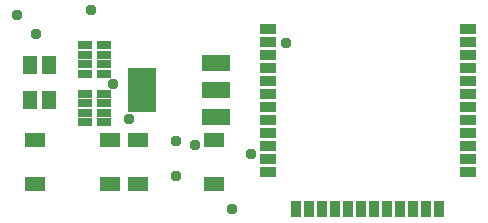
<source format=gts>
G75*
%MOIN*%
%OFA0B0*%
%FSLAX25Y25*%
%IPPOS*%
%LPD*%
%AMOC8*
5,1,8,0,0,1.08239X$1,22.5*
%
%ADD10R,0.04800X0.02800*%
%ADD11R,0.05131X0.06312*%
%ADD12R,0.03300X0.05800*%
%ADD13R,0.05800X0.03300*%
%ADD14R,0.07099X0.04737*%
%ADD15R,0.09461X0.14580*%
%ADD16R,0.09461X0.05524*%
%ADD17C,0.03778*%
D10*
X0031308Y0045276D03*
X0031308Y0048425D03*
X0031308Y0051575D03*
X0031308Y0054724D03*
X0037607Y0054724D03*
X0037607Y0051575D03*
X0037607Y0048425D03*
X0037607Y0045276D03*
X0037607Y0061420D03*
X0037607Y0064570D03*
X0037607Y0067719D03*
X0031308Y0067719D03*
X0031308Y0064570D03*
X0031308Y0061420D03*
X0031308Y0070869D03*
X0037607Y0070869D03*
D11*
X0019107Y0064406D03*
X0012808Y0064406D03*
X0012808Y0052594D03*
X0019107Y0052594D03*
D12*
X0101639Y0016358D03*
X0105969Y0016358D03*
X0110300Y0016358D03*
X0114631Y0016358D03*
X0118961Y0016358D03*
X0123292Y0016358D03*
X0127623Y0016358D03*
X0131954Y0016358D03*
X0136284Y0016358D03*
X0140615Y0016358D03*
X0144946Y0016358D03*
X0149276Y0016358D03*
D13*
X0158922Y0028760D03*
X0158922Y0033091D03*
X0158922Y0037421D03*
X0158922Y0041752D03*
X0158922Y0046083D03*
X0158922Y0050413D03*
X0158922Y0054744D03*
X0158922Y0059075D03*
X0158922Y0063406D03*
X0158922Y0067736D03*
X0158922Y0072067D03*
X0158922Y0076398D03*
X0091993Y0076398D03*
X0091993Y0072067D03*
X0091993Y0067736D03*
X0091993Y0063406D03*
X0091993Y0059075D03*
X0091993Y0054744D03*
X0091993Y0050413D03*
X0091993Y0046083D03*
X0091993Y0041752D03*
X0091993Y0037421D03*
X0091993Y0033091D03*
X0091993Y0028760D03*
D14*
X0014359Y0024520D03*
X0039556Y0024520D03*
X0048859Y0024520D03*
X0074056Y0024520D03*
X0074056Y0039480D03*
X0048859Y0039480D03*
X0039556Y0039480D03*
X0014359Y0039480D03*
D15*
X0050292Y0055961D03*
D16*
X0074702Y0055961D03*
X0074702Y0065016D03*
X0074702Y0046906D03*
D17*
X0061492Y0038914D03*
X0067835Y0037681D03*
X0061505Y0027303D03*
X0080040Y0016421D03*
X0086339Y0034531D03*
X0045813Y0046200D03*
X0040626Y0058085D03*
X0014950Y0074675D03*
X0008582Y0081081D03*
X0033190Y0082563D03*
X0098150Y0071539D03*
M02*

</source>
